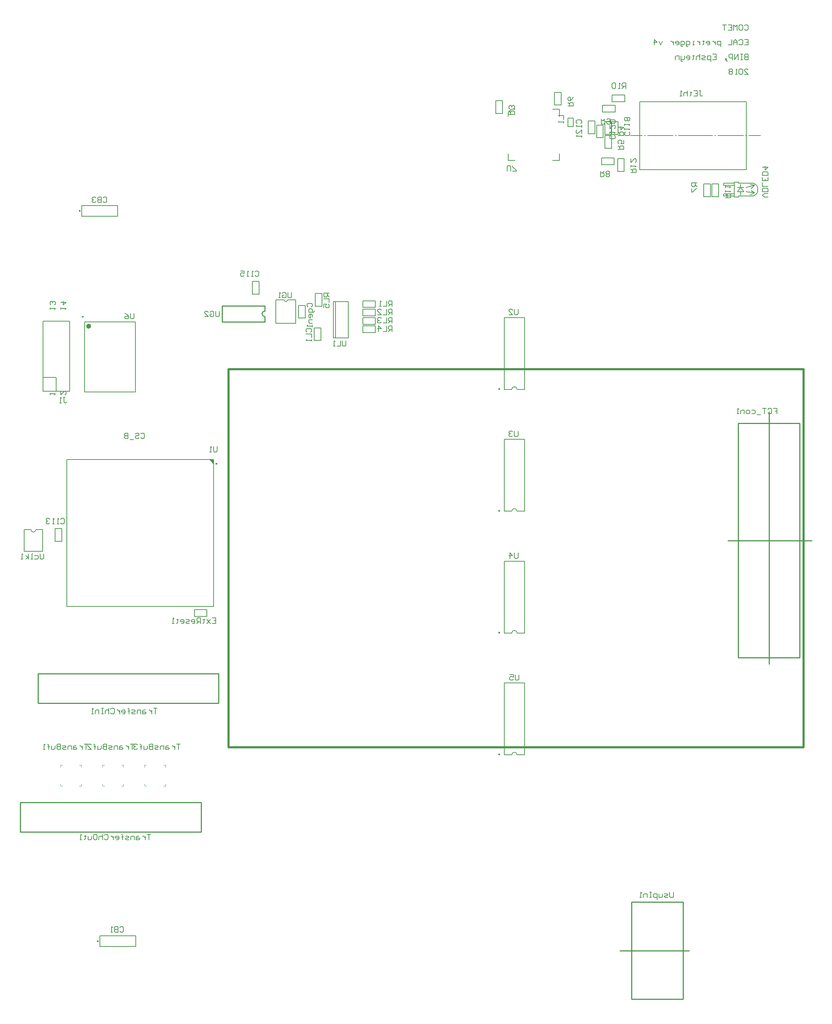
<source format=gbo>
%FSAX43Y43*%
%MOMM*%
G71*
G01*
G75*
G04 Layer_Color=32896*
%ADD10C,0.175*%
%ADD11R,0.500X0.600*%
%ADD12R,0.600X0.500*%
%ADD13R,3.048X3.048*%
G04:AMPARAMS|DCode=14|XSize=0.5mm|YSize=0.6mm|CornerRadius=0mm|HoleSize=0mm|Usage=FLASHONLY|Rotation=225.000|XOffset=0mm|YOffset=0mm|HoleType=Round|Shape=Rectangle|*
%AMROTATEDRECTD14*
4,1,4,-0.035,0.389,0.389,-0.035,0.035,-0.389,-0.389,0.035,-0.035,0.389,0.0*
%
%ADD14ROTATEDRECTD14*%

G04:AMPARAMS|DCode=15|XSize=0.5mm|YSize=0.6mm|CornerRadius=0mm|HoleSize=0mm|Usage=FLASHONLY|Rotation=315.000|XOffset=0mm|YOffset=0mm|HoleType=Round|Shape=Rectangle|*
%AMROTATEDRECTD15*
4,1,4,-0.389,-0.035,0.035,0.389,0.389,0.035,-0.035,-0.389,-0.389,-0.035,0.0*
%
%ADD15ROTATEDRECTD15*%

G04:AMPARAMS|DCode=16|XSize=1mm|YSize=2mm|CornerRadius=0.1mm|HoleSize=0mm|Usage=FLASHONLY|Rotation=270.000|XOffset=0mm|YOffset=0mm|HoleType=Round|Shape=RoundedRectangle|*
%AMROUNDEDRECTD16*
21,1,1.000,1.800,0,0,270.0*
21,1,0.800,2.000,0,0,270.0*
1,1,0.200,-0.900,-0.400*
1,1,0.200,-0.900,0.400*
1,1,0.200,0.900,0.400*
1,1,0.200,0.900,-0.400*
%
%ADD16ROUNDEDRECTD16*%
G04:AMPARAMS|DCode=17|XSize=1mm|YSize=1.5mm|CornerRadius=0.1mm|HoleSize=0mm|Usage=FLASHONLY|Rotation=270.000|XOffset=0mm|YOffset=0mm|HoleType=Round|Shape=RoundedRectangle|*
%AMROUNDEDRECTD17*
21,1,1.000,1.300,0,0,270.0*
21,1,0.800,1.500,0,0,270.0*
1,1,0.200,-0.650,-0.400*
1,1,0.200,-0.650,0.400*
1,1,0.200,0.650,0.400*
1,1,0.200,0.650,-0.400*
%
%ADD17ROUNDEDRECTD17*%
G04:AMPARAMS|DCode=18|XSize=0.8mm|YSize=1mm|CornerRadius=0.08mm|HoleSize=0mm|Usage=FLASHONLY|Rotation=270.000|XOffset=0mm|YOffset=0mm|HoleType=Round|Shape=RoundedRectangle|*
%AMROUNDEDRECTD18*
21,1,0.800,0.840,0,0,270.0*
21,1,0.640,1.000,0,0,270.0*
1,1,0.160,-0.420,-0.320*
1,1,0.160,-0.420,0.320*
1,1,0.160,0.420,0.320*
1,1,0.160,0.420,-0.320*
%
%ADD18ROUNDEDRECTD18*%
G04:AMPARAMS|DCode=19|XSize=0.8mm|YSize=1mm|CornerRadius=0.08mm|HoleSize=0mm|Usage=FLASHONLY|Rotation=0.000|XOffset=0mm|YOffset=0mm|HoleType=Round|Shape=RoundedRectangle|*
%AMROUNDEDRECTD19*
21,1,0.800,0.840,0,0,0.0*
21,1,0.640,1.000,0,0,0.0*
1,1,0.160,0.320,-0.420*
1,1,0.160,-0.320,-0.420*
1,1,0.160,-0.320,0.420*
1,1,0.160,0.320,0.420*
%
%ADD19ROUNDEDRECTD19*%
%ADD20R,0.762X2.540*%
%ADD21R,5.000X6.000*%
%ADD22R,2.540X0.762*%
%ADD23R,6.000X5.000*%
%ADD24R,3.048X3.048*%
%ADD25O,0.305X1.016*%
%ADD26O,0.813X0.305*%
%ADD27O,1.016X0.305*%
%ADD28O,0.305X0.813*%
%ADD29O,2.100X6.000*%
%ADD30O,2.100X6.000*%
%ADD31C,0.150*%
%ADD32C,1.524*%
%ADD33C,0.508*%
%ADD34C,0.254*%
%ADD35C,0.500*%
%ADD36C,1.000*%
%ADD37C,0.200*%
%ADD38C,1.160*%
%ADD39C,1.016*%
%ADD40C,0.400*%
%ADD41C,0.300*%
%ADD42C,1.500*%
%ADD43R,1.500X1.500*%
%ADD44R,1.850X1.850*%
%ADD45C,1.850*%
%ADD46R,1.850X1.850*%
%ADD47C,2.438*%
%ADD48C,1.524*%
%ADD49C,3.000*%
%ADD50C,2.500*%
%ADD51C,1.422*%
%ADD52C,4.000*%
%ADD53C,5.000*%
%ADD54C,2.000*%
%ADD55C,0.500*%
%ADD56C,1.300*%
%ADD57C,1.000*%
%ADD58C,0.700*%
%ADD59C,1.200*%
%ADD60C,1.270*%
%ADD61C,1.800*%
%ADD62C,0.600*%
%ADD63C,0.900*%
G04:AMPARAMS|DCode=64|XSize=1.65mm|YSize=1.65mm|CornerRadius=0mm|HoleSize=0mm|Usage=FLASHONLY|Rotation=0.000|XOffset=0mm|YOffset=0mm|HoleType=Round|Shape=Relief|Width=0.175mm|Gap=0.2mm|Entries=4|*
%AMTHD64*
7,0,0,1.650,1.250,0.175,45*
%
%ADD64THD64*%
G04:AMPARAMS|DCode=65|XSize=1.85mm|YSize=1.85mm|CornerRadius=0mm|HoleSize=0mm|Usage=FLASHONLY|Rotation=0.000|XOffset=0mm|YOffset=0mm|HoleType=Round|Shape=Relief|Width=0.175mm|Gap=0.2mm|Entries=4|*
%AMTHD65*
7,0,0,1.850,1.450,0.175,45*
%
%ADD65THD65*%
G04:AMPARAMS|DCode=66|XSize=2.0708mm|YSize=2.0708mm|CornerRadius=0mm|HoleSize=0mm|Usage=FLASHONLY|Rotation=0.000|XOffset=0mm|YOffset=0mm|HoleType=Round|Shape=Relief|Width=0.175mm|Gap=0.2mm|Entries=4|*
%AMTHD66*
7,0,0,2.071,1.671,0.175,45*
%
%ADD66THD66*%
%ADD67C,1.721*%
%ADD68C,2.700*%
%ADD69C,2.200*%
%ADD70C,3.400*%
G04:AMPARAMS|DCode=71|XSize=1.5628mm|YSize=1.5628mm|CornerRadius=0mm|HoleSize=0mm|Usage=FLASHONLY|Rotation=0.000|XOffset=0mm|YOffset=0mm|HoleType=Round|Shape=Relief|Width=0.175mm|Gap=0.2mm|Entries=4|*
%AMTHD71*
7,0,0,1.563,1.163,0.175,45*
%
%ADD71THD71*%
%ADD72C,1.213*%
%ADD73C,3.200*%
%ADD74C,1.670*%
G04:AMPARAMS|DCode=75|XSize=1mm|YSize=1mm|CornerRadius=0mm|HoleSize=0mm|Usage=FLASHONLY|Rotation=0.000|XOffset=0mm|YOffset=0mm|HoleType=Round|Shape=Relief|Width=0.175mm|Gap=0.2mm|Entries=4|*
%AMTHD75*
7,0,0,1.000,0.600,0.175,45*
%
%ADD75THD75*%
%ADD76C,1.000*%
%ADD77C,0.800*%
%ADD78C,0.650*%
%ADD79C,1.100*%
%ADD80C,1.400*%
%ADD81C,1.111*%
G04:AMPARAMS|DCode=82|XSize=1.4612mm|YSize=1.4612mm|CornerRadius=0mm|HoleSize=0mm|Usage=FLASHONLY|Rotation=0.000|XOffset=0mm|YOffset=0mm|HoleType=Round|Shape=Relief|Width=0.175mm|Gap=0.2mm|Entries=4|*
%AMTHD82*
7,0,0,1.461,1.061,0.175,45*
%
%ADD82THD82*%
%ADD83C,0.700*%
%ADD84C,1.600*%
G04:AMPARAMS|DCode=85|XSize=1.45mm|YSize=1.45mm|CornerRadius=0mm|HoleSize=0mm|Usage=FLASHONLY|Rotation=0.000|XOffset=0mm|YOffset=0mm|HoleType=Round|Shape=Relief|Width=0.175mm|Gap=0.2mm|Entries=4|*
%AMTHD85*
7,0,0,1.450,1.050,0.175,45*
%
%ADD85THD85*%
%ADD86C,0.900*%
G04:AMPARAMS|DCode=87|XSize=1.95mm|YSize=1.95mm|CornerRadius=0mm|HoleSize=0mm|Usage=FLASHONLY|Rotation=0.000|XOffset=0mm|YOffset=0mm|HoleType=Round|Shape=Relief|Width=0.175mm|Gap=0.2mm|Entries=4|*
%AMTHD87*
7,0,0,1.950,1.550,0.175,45*
%
%ADD87THD87*%
G04:AMPARAMS|DCode=88|XSize=1.55mm|YSize=1.55mm|CornerRadius=0mm|HoleSize=0mm|Usage=FLASHONLY|Rotation=0.000|XOffset=0mm|YOffset=0mm|HoleType=Round|Shape=Relief|Width=0.175mm|Gap=0.2mm|Entries=4|*
%AMTHD88*
7,0,0,1.550,1.150,0.175,45*
%
%ADD88THD88*%
G04:AMPARAMS|DCode=89|XSize=1.35mm|YSize=1.35mm|CornerRadius=0mm|HoleSize=0mm|Usage=FLASHONLY|Rotation=0.000|XOffset=0mm|YOffset=0mm|HoleType=Round|Shape=Relief|Width=0.175mm|Gap=0.2mm|Entries=4|*
%AMTHD89*
7,0,0,1.350,0.950,0.175,45*
%
%ADD89THD89*%
G04:AMPARAMS|DCode=90|XSize=1.05mm|YSize=1.05mm|CornerRadius=0mm|HoleSize=0mm|Usage=FLASHONLY|Rotation=0.000|XOffset=0mm|YOffset=0mm|HoleType=Round|Shape=Relief|Width=0.175mm|Gap=0.2mm|Entries=4|*
%AMTHD90*
7,0,0,1.050,0.650,0.175,45*
%
%ADD90THD90*%
%ADD91R,1.650X0.300*%
%ADD92O,1.270X0.762*%
%ADD93R,1.270X0.762*%
%ADD94O,0.508X1.778*%
%ADD95R,0.508X1.778*%
%ADD96R,1.500X1.600*%
G04:AMPARAMS|DCode=97|XSize=1.6mm|YSize=1.5mm|CornerRadius=0mm|HoleSize=0mm|Usage=FLASHONLY|Rotation=270.000|XOffset=0mm|YOffset=0mm|HoleType=Round|Shape=Octagon|*
%AMOCTAGOND97*
4,1,8,-0.375,-0.800,0.375,-0.800,0.750,-0.425,0.750,0.425,0.375,0.800,-0.375,0.800,-0.750,0.425,-0.750,-0.425,-0.375,-0.800,0.0*
%
%ADD97OCTAGOND97*%

%ADD98R,4.600X0.610*%
%ADD99R,4.600X0.810*%
%ADD100O,1.778X0.381*%
%ADD101R,1.778X0.381*%
%ADD102O,0.250X0.800*%
%ADD103R,0.800X0.250*%
%ADD104O,0.800X0.250*%
%ADD105O,0.250X0.800*%
%ADD106O,0.800X0.250*%
%ADD107R,3.100X3.100*%
%ADD108O,0.300X1.700*%
%ADD109O,1.600X0.250*%
%ADD110O,0.250X1.600*%
%ADD111R,0.250X1.600*%
%ADD112C,0.120*%
%ADD113C,0.305*%
%ADD114C,0.250*%
%ADD115C,0.203*%
%ADD116R,0.703X0.803*%
%ADD117R,0.803X0.703*%
%ADD118R,3.251X3.251*%
G04:AMPARAMS|DCode=119|XSize=0.703mm|YSize=0.803mm|CornerRadius=0mm|HoleSize=0mm|Usage=FLASHONLY|Rotation=225.000|XOffset=0mm|YOffset=0mm|HoleType=Round|Shape=Rectangle|*
%AMROTATEDRECTD119*
4,1,4,-0.035,0.533,0.533,-0.035,0.035,-0.533,-0.533,0.035,-0.035,0.533,0.0*
%
%ADD119ROTATEDRECTD119*%

G04:AMPARAMS|DCode=120|XSize=0.703mm|YSize=0.803mm|CornerRadius=0mm|HoleSize=0mm|Usage=FLASHONLY|Rotation=315.000|XOffset=0mm|YOffset=0mm|HoleType=Round|Shape=Rectangle|*
%AMROTATEDRECTD120*
4,1,4,-0.533,-0.035,0.035,0.533,0.533,0.035,-0.035,-0.533,-0.533,-0.035,0.0*
%
%ADD120ROTATEDRECTD120*%

G04:AMPARAMS|DCode=121|XSize=1.203mm|YSize=2.203mm|CornerRadius=0.202mm|HoleSize=0mm|Usage=FLASHONLY|Rotation=270.000|XOffset=0mm|YOffset=0mm|HoleType=Round|Shape=RoundedRectangle|*
%AMROUNDEDRECTD121*
21,1,1.203,1.800,0,0,270.0*
21,1,0.800,2.203,0,0,270.0*
1,1,0.403,-0.900,-0.400*
1,1,0.403,-0.900,0.400*
1,1,0.403,0.900,0.400*
1,1,0.403,0.900,-0.400*
%
%ADD121ROUNDEDRECTD121*%
G04:AMPARAMS|DCode=122|XSize=1.203mm|YSize=1.703mm|CornerRadius=0.202mm|HoleSize=0mm|Usage=FLASHONLY|Rotation=270.000|XOffset=0mm|YOffset=0mm|HoleType=Round|Shape=RoundedRectangle|*
%AMROUNDEDRECTD122*
21,1,1.203,1.300,0,0,270.0*
21,1,0.800,1.703,0,0,270.0*
1,1,0.403,-0.650,-0.400*
1,1,0.403,-0.650,0.400*
1,1,0.403,0.650,0.400*
1,1,0.403,0.650,-0.400*
%
%ADD122ROUNDEDRECTD122*%
G04:AMPARAMS|DCode=123|XSize=1.003mm|YSize=1.203mm|CornerRadius=0.182mm|HoleSize=0mm|Usage=FLASHONLY|Rotation=270.000|XOffset=0mm|YOffset=0mm|HoleType=Round|Shape=RoundedRectangle|*
%AMROUNDEDRECTD123*
21,1,1.003,0.840,0,0,270.0*
21,1,0.640,1.203,0,0,270.0*
1,1,0.363,-0.420,-0.320*
1,1,0.363,-0.420,0.320*
1,1,0.363,0.420,0.320*
1,1,0.363,0.420,-0.320*
%
%ADD123ROUNDEDRECTD123*%
G04:AMPARAMS|DCode=124|XSize=1.003mm|YSize=1.203mm|CornerRadius=0.182mm|HoleSize=0mm|Usage=FLASHONLY|Rotation=0.000|XOffset=0mm|YOffset=0mm|HoleType=Round|Shape=RoundedRectangle|*
%AMROUNDEDRECTD124*
21,1,1.003,0.840,0,0,0.0*
21,1,0.640,1.203,0,0,0.0*
1,1,0.363,0.320,-0.420*
1,1,0.363,-0.320,-0.420*
1,1,0.363,-0.320,0.420*
1,1,0.363,0.320,0.420*
%
%ADD124ROUNDEDRECTD124*%
%ADD125R,0.965X2.743*%
%ADD126R,5.203X6.203*%
%ADD127R,2.743X0.965*%
%ADD128R,6.203X5.203*%
%ADD129R,3.251X3.251*%
%ADD130O,0.508X1.219*%
%ADD131O,1.016X0.508*%
%ADD132O,1.219X0.508*%
%ADD133O,0.508X1.016*%
%ADD134O,2.303X6.203*%
%ADD135O,2.303X6.203*%
%ADD136C,1.703*%
%ADD137R,1.703X1.703*%
%ADD138R,2.053X2.053*%
%ADD139C,2.053*%
%ADD140R,2.053X2.053*%
%ADD141C,2.642*%
%ADD142C,1.727*%
%ADD143C,3.203*%
%ADD144C,2.703*%
%ADD145C,1.626*%
%ADD146C,4.203*%
%ADD147C,5.203*%
%ADD148C,2.203*%
%ADD149C,0.703*%
%ADD150C,1.503*%
%ADD151C,1.203*%
%ADD152C,0.903*%
%ADD153C,1.403*%
%ADD154C,1.473*%
%ADD155C,2.003*%
%ADD156C,0.803*%
%ADD157R,1.853X0.503*%
%ADD158O,1.473X0.965*%
%ADD159R,1.473X0.965*%
%ADD160O,0.711X1.981*%
%ADD161R,0.711X1.981*%
%ADD162R,1.703X1.803*%
G04:AMPARAMS|DCode=163|XSize=1.803mm|YSize=1.703mm|CornerRadius=0mm|HoleSize=0mm|Usage=FLASHONLY|Rotation=270.000|XOffset=0mm|YOffset=0mm|HoleType=Round|Shape=Octagon|*
%AMOCTAGOND163*
4,1,8,-0.426,-0.902,0.426,-0.902,0.852,-0.476,0.852,0.476,0.426,0.902,-0.426,0.902,-0.852,0.476,-0.852,-0.476,-0.426,-0.902,0.0*
%
%ADD163OCTAGOND163*%

%ADD164R,4.803X0.813*%
%ADD165R,4.803X1.013*%
%ADD166O,1.981X0.584*%
%ADD167R,1.981X0.584*%
%ADD168O,0.453X1.003*%
%ADD169R,1.003X0.453*%
%ADD170O,1.003X0.453*%
%ADD171O,0.453X1.003*%
%ADD172O,1.003X0.453*%
%ADD173R,3.303X3.303*%
%ADD174O,0.503X1.903*%
%ADD175O,1.803X0.453*%
%ADD176O,0.453X1.803*%
%ADD177R,0.453X1.803*%
%ADD178C,1.103*%
%ADD179C,0.127*%
%ADD180C,0.600*%
%ADD181C,0.100*%
G36*
X0253000Y0173000D02*
X0252000Y0174000D01*
X0253000D01*
Y0173000D01*
D02*
G37*
G54D34*
X0265135Y0209327D02*
G03*
X0265135Y0208057I0000000J-0000635D01*
G01*
X0206930Y0092400D02*
X0250000D01*
X0206930Y0085400D02*
X0250000D01*
Y0092400D01*
X0206930Y0085400D02*
Y0092400D01*
X0211110Y0116048D02*
X0254180D01*
X0211110Y0123048D02*
X0254180D01*
X0211110Y0116048D02*
Y0123048D01*
X0254180Y0116048D02*
Y0123048D01*
X0375445Y0154735D02*
X0395445D01*
X0377945Y0126845D02*
X0392625D01*
Y0182625D01*
X0377945Y0126845D02*
Y0182625D01*
X0392625D01*
X0385285Y0125345D02*
Y0185345D01*
X0254975Y0206787D02*
X0265135D01*
X0254975D02*
Y0210597D01*
X0265135D01*
Y0209327D02*
Y0210597D01*
Y0206787D02*
Y0208057D01*
X0349720Y0057120D02*
X0366220D01*
X0352500Y0045570D02*
Y0068670D01*
X0364820D01*
X0352500Y0045570D02*
X0364820D01*
Y0068670D01*
G54D35*
X0256500Y0195500D02*
X0393500D01*
Y0105500D02*
Y0195500D01*
X0256500Y0105500D02*
X0393500D01*
X0256500D02*
Y0195500D01*
G54D37*
X0325260Y0190700D02*
G03*
X0323990Y0190700I-0000635J0000000D01*
G01*
X0325260Y0103700D02*
G03*
X0323990Y0103700I-0000635J0000000D01*
G01*
X0325260Y0132700D02*
G03*
X0323990Y0132700I-0000635J0000000D01*
G01*
X0325260Y0161700D02*
G03*
X0323990Y0161700I-0000635J0000000D01*
G01*
X0269800Y0212000D02*
G03*
X0270600Y0212000I0000400J0000000D01*
G01*
X0212350Y0193555D02*
X0215500D01*
Y0190255D02*
Y0193555D01*
X0218650Y0190255D02*
Y0206905D01*
X0212350Y0190255D02*
X0218650D01*
X0212350D02*
Y0206905D01*
X0218650D01*
X0225860Y0058080D02*
X0234420D01*
Y0060620D01*
X0225860D02*
X0234420D01*
X0225860Y0058080D02*
Y0060620D01*
X0221560Y0231930D02*
X0230120D01*
Y0234470D01*
X0221560D02*
X0230120D01*
X0221560Y0231930D02*
Y0234470D01*
X0327025Y0190700D02*
Y0207800D01*
X0322225Y0190700D02*
Y0207800D01*
X0327025D01*
X0325260Y0190700D02*
X0327025D01*
X0322225D02*
X0323990D01*
X0277200Y0210520D02*
X0278800D01*
X0277200D02*
Y0213520D01*
X0278800D01*
Y0210520D02*
Y0213520D01*
X0291500Y0204200D02*
Y0205800D01*
X0288500Y0204200D02*
X0291500D01*
X0288500D02*
Y0205800D01*
X0291500D01*
X0288500Y0207800D02*
X0291500D01*
X0288500Y0206200D02*
Y0207800D01*
Y0206200D02*
X0291500D01*
Y0207800D01*
Y0208200D02*
Y0209800D01*
X0288500Y0208200D02*
X0291500D01*
X0288500D02*
Y0209800D01*
X0291500D01*
Y0210200D02*
Y0211800D01*
X0288500Y0210200D02*
X0291500D01*
X0288500D02*
Y0211800D01*
X0291500D01*
X0276900Y0205370D02*
X0278500D01*
Y0202370D02*
Y0205370D01*
X0276900Y0202370D02*
X0278500D01*
X0276900D02*
Y0205370D01*
X0273200Y0207700D02*
X0274800D01*
X0273200D02*
Y0210700D01*
X0274800D01*
Y0207700D02*
Y0210700D01*
X0347700Y0251400D02*
X0349300D01*
X0347700D02*
Y0254400D01*
X0349300D01*
Y0251400D02*
Y0254400D01*
X0349200Y0242600D02*
X0350800D01*
X0349200D02*
Y0245600D01*
X0350800D01*
Y0242600D02*
Y0245600D01*
X0371700Y0236600D02*
X0373300D01*
X0371700D02*
Y0239600D01*
X0373300D01*
Y0236600D02*
Y0239600D01*
X0350900Y0259200D02*
Y0260800D01*
X0347900Y0259200D02*
X0350900D01*
X0347900D02*
Y0260800D01*
X0350900D01*
X0345600Y0256700D02*
Y0258300D01*
X0348600D01*
Y0256700D02*
Y0258300D01*
X0345600Y0256700D02*
X0348600D01*
X0345400Y0244200D02*
Y0245800D01*
X0348400D01*
Y0244200D02*
Y0245800D01*
X0345400Y0244200D02*
X0348400D01*
X0369700Y0239600D02*
X0371300D01*
Y0236600D02*
Y0239600D01*
X0369700Y0236600D02*
X0371300D01*
X0369700D02*
Y0239600D01*
X0334200Y0258400D02*
X0335800D01*
X0334200D02*
Y0261400D01*
X0335800D01*
Y0258400D02*
Y0261400D01*
X0346200Y0248100D02*
X0347800D01*
X0346200D02*
Y0251100D01*
X0347800D01*
Y0248100D02*
Y0251100D01*
X0346200Y0251400D02*
X0347800D01*
X0346200D02*
Y0254400D01*
X0347800D01*
Y0251400D02*
Y0254400D01*
X0320200Y0256400D02*
X0321800D01*
X0320200D02*
Y0259400D01*
X0321800D01*
Y0256400D02*
Y0259400D01*
X0248400Y0136700D02*
Y0138300D01*
X0251400D01*
Y0136700D02*
Y0138300D01*
X0248400Y0136700D02*
X0251400D01*
X0342200Y0254600D02*
X0343800D01*
Y0251600D02*
Y0254600D01*
X0342200Y0251600D02*
X0343800D01*
X0342200D02*
Y0254600D01*
X0344201Y0250600D02*
X0345801D01*
X0344201D02*
Y0253600D01*
X0345801D01*
Y0250600D02*
Y0253600D01*
X0322225Y0103700D02*
X0323990D01*
X0325260D02*
X0327025D01*
X0322225Y0120800D02*
X0327025D01*
X0322225Y0103700D02*
Y0120800D01*
X0327025Y0103700D02*
Y0120800D01*
X0327025Y0132700D02*
Y0149800D01*
X0322225Y0132700D02*
Y0149800D01*
X0327025D01*
X0325260Y0132700D02*
X0327025D01*
X0322225D02*
X0323990D01*
X0327025Y0161700D02*
Y0178800D01*
X0322225Y0161700D02*
Y0178800D01*
X0327025D01*
X0325260Y0161700D02*
X0327025D01*
X0322225D02*
X0323990D01*
X0267800Y0206400D02*
Y0212000D01*
Y0206400D02*
X0272500D01*
Y0212000D01*
X0270600D02*
X0272500D01*
X0267800D02*
X0269800D01*
X0215200Y0154551D02*
X0216800D01*
X0215200D02*
Y0157551D01*
X0216800D01*
Y0154551D02*
Y0157551D01*
X0262200Y0216400D02*
X0263800D01*
Y0213400D02*
Y0216400D01*
X0262200Y0213400D02*
X0263800D01*
X0262200D02*
Y0216400D01*
X0218000Y0139000D02*
X0253000D01*
X0218000Y0174000D02*
X0253000D01*
X0218000Y0139000D02*
Y0174000D01*
X0253000Y0139000D02*
Y0174000D01*
X0252000D02*
X0253000Y0173000D01*
X0234300Y0190050D02*
Y0206750D01*
X0222200Y0190050D02*
Y0206750D01*
Y0190050D02*
X0234300D01*
X0222200Y0206750D02*
X0234300D01*
X0323150Y0255750D02*
Y0256600D01*
X0323950Y0257400D01*
X0324800D01*
X0333700D02*
X0335350D01*
Y0255750D02*
Y0257400D01*
Y0245200D02*
Y0246850D01*
X0333700Y0245200D02*
X0335350D01*
X0323150D02*
X0324800D01*
X0323150D02*
Y0246850D01*
X0338635Y0253214D02*
Y0255246D01*
X0337365Y0253214D02*
Y0255246D01*
X0338635D01*
X0337365Y0253214D02*
X0338635D01*
X0379434Y0277283D02*
X0379650Y0277500D01*
X0380083D01*
X0380300Y0277283D01*
Y0276417D01*
X0380083Y0276200D01*
X0379650D01*
X0379434Y0276417D01*
X0378351Y0277500D02*
X0378784D01*
X0379000Y0277283D01*
Y0276417D01*
X0378784Y0276200D01*
X0378351D01*
X0378134Y0276417D01*
Y0277283D01*
X0378351Y0277500D01*
X0377701Y0276200D02*
Y0277500D01*
X0377268Y0277066D01*
X0376834Y0277500D01*
Y0276200D01*
X0375535Y0277500D02*
X0376401D01*
Y0276200D01*
X0375535D01*
X0376401Y0276850D02*
X0375968D01*
X0375102Y0277500D02*
X0374235D01*
X0374668D01*
Y0276200D01*
X0379434Y0274000D02*
X0380300D01*
Y0272700D01*
X0379434D01*
X0380300Y0273350D02*
X0379867D01*
X0378134Y0273783D02*
X0378351Y0274000D01*
X0378784D01*
X0379000Y0273783D01*
Y0272917D01*
X0378784Y0272700D01*
X0378351D01*
X0378134Y0272917D01*
X0377701Y0272700D02*
Y0273566D01*
X0377268Y0274000D01*
X0376834Y0273566D01*
Y0272700D01*
Y0273350D01*
X0377701D01*
X0376401Y0274000D02*
Y0272700D01*
X0375535D01*
X0373802Y0272267D02*
Y0273566D01*
X0373152D01*
X0372936Y0273350D01*
Y0272917D01*
X0373152Y0272700D01*
X0373802D01*
X0372503Y0273566D02*
Y0272700D01*
Y0273133D01*
X0372286Y0273350D01*
X0372069Y0273566D01*
X0371853D01*
X0370553Y0272700D02*
X0370986D01*
X0371203Y0272917D01*
Y0273350D01*
X0370986Y0273566D01*
X0370553D01*
X0370337Y0273350D01*
Y0273133D01*
X0371203D01*
X0369687Y0273783D02*
Y0273566D01*
X0369903D01*
X0369470D01*
X0369687D01*
Y0272917D01*
X0369470Y0272700D01*
X0368820Y0273566D02*
Y0272700D01*
Y0273133D01*
X0368604Y0273350D01*
X0368387Y0273566D01*
X0368171D01*
X0367521Y0272700D02*
X0367088D01*
X0367304D01*
Y0273566D01*
X0367521D01*
X0366005Y0272267D02*
X0365788D01*
X0365571Y0272483D01*
Y0273566D01*
X0366221D01*
X0366438Y0273350D01*
Y0272917D01*
X0366221Y0272700D01*
X0365571D01*
X0364705Y0272267D02*
X0364488D01*
X0364272Y0272483D01*
Y0273566D01*
X0364922D01*
X0365138Y0273350D01*
Y0272917D01*
X0364922Y0272700D01*
X0364272D01*
X0363189D02*
X0363622D01*
X0363839Y0272917D01*
Y0273350D01*
X0363622Y0273566D01*
X0363189D01*
X0362972Y0273350D01*
Y0273133D01*
X0363839D01*
X0362539Y0273566D02*
Y0272700D01*
Y0273133D01*
X0362322Y0273350D01*
X0362106Y0273566D01*
X0361889D01*
X0359940D02*
X0359507Y0272700D01*
X0359074Y0273566D01*
X0357991Y0272700D02*
Y0274000D01*
X0358640Y0273350D01*
X0357774D01*
X0380300Y0270500D02*
Y0269200D01*
X0379650D01*
X0379434Y0269417D01*
Y0269633D01*
X0379650Y0269850D01*
X0380300D01*
X0379650D01*
X0379434Y0270066D01*
Y0270283D01*
X0379650Y0270500D01*
X0380300D01*
X0379000D02*
X0378567D01*
X0378784D01*
Y0269200D01*
X0379000D01*
X0378567D01*
X0377917D02*
Y0270500D01*
X0377051Y0269200D01*
Y0270500D01*
X0376618Y0269200D02*
Y0270500D01*
X0375968D01*
X0375751Y0270283D01*
Y0269850D01*
X0375968Y0269633D01*
X0376618D01*
X0375102Y0268983D02*
X0374885Y0269200D01*
Y0269417D01*
X0375102D01*
Y0269200D01*
X0374885D01*
X0375102Y0268983D01*
X0375318Y0268767D01*
X0371853Y0270500D02*
X0372719D01*
Y0269200D01*
X0371853D01*
X0372719Y0269850D02*
X0372286D01*
X0371420Y0268767D02*
Y0270066D01*
X0370770D01*
X0370553Y0269850D01*
Y0269417D01*
X0370770Y0269200D01*
X0371420D01*
X0370120D02*
X0369470D01*
X0369254Y0269417D01*
X0369470Y0269633D01*
X0369903D01*
X0370120Y0269850D01*
X0369903Y0270066D01*
X0369254D01*
X0368820Y0270500D02*
Y0269200D01*
Y0269850D01*
X0368604Y0270066D01*
X0368171D01*
X0367954Y0269850D01*
Y0269200D01*
X0367304Y0270283D02*
Y0270066D01*
X0367521D01*
X0367088D01*
X0367304D01*
Y0269417D01*
X0367088Y0269200D01*
X0365788D02*
X0366221D01*
X0366438Y0269417D01*
Y0269850D01*
X0366221Y0270066D01*
X0365788D01*
X0365571Y0269850D01*
Y0269633D01*
X0366438D01*
X0365138Y0270066D02*
Y0269417D01*
X0364922Y0269200D01*
X0364272D01*
Y0268983D01*
X0364488Y0268767D01*
X0364705D01*
X0364272Y0269200D02*
Y0270066D01*
X0363839Y0269200D02*
Y0270066D01*
X0363189D01*
X0362972Y0269850D01*
Y0269200D01*
X0379434Y0265700D02*
X0380300D01*
X0379434Y0266566D01*
Y0266783D01*
X0379650Y0267000D01*
X0380083D01*
X0380300Y0266783D01*
X0379000D02*
X0378784Y0267000D01*
X0378351D01*
X0378134Y0266783D01*
Y0265917D01*
X0378351Y0265700D01*
X0378784D01*
X0379000Y0265917D01*
Y0266783D01*
X0377701Y0265700D02*
X0377268D01*
X0377484D01*
Y0267000D01*
X0377701Y0266783D01*
X0376618D02*
X0376401Y0267000D01*
X0375968D01*
X0375751Y0266783D01*
Y0266566D01*
X0375968Y0266350D01*
X0375751Y0266133D01*
Y0265917D01*
X0375968Y0265700D01*
X0376401D01*
X0376618Y0265917D01*
Y0266133D01*
X0376401Y0266350D01*
X0376618Y0266566D01*
Y0266783D01*
X0376401Y0266350D02*
X0375968D01*
X0230634Y0062583D02*
X0230850Y0062800D01*
X0231283D01*
X0231500Y0062583D01*
Y0061717D01*
X0231283Y0061500D01*
X0230850D01*
X0230634Y0061717D01*
X0230200Y0062800D02*
Y0061500D01*
X0229551D01*
X0229334Y0061717D01*
Y0061933D01*
X0229551Y0062150D01*
X0230200D01*
X0229551D01*
X0229334Y0062366D01*
Y0062583D01*
X0229551Y0062800D01*
X0230200D01*
X0228901Y0061500D02*
X0228468D01*
X0228684D01*
Y0062800D01*
X0228901Y0062583D01*
X0226634Y0235417D02*
X0226850Y0235200D01*
X0227283D01*
X0227500Y0235417D01*
Y0236283D01*
X0227283Y0236500D01*
X0226850D01*
X0226634Y0236283D01*
X0226200Y0235200D02*
Y0236500D01*
X0225551D01*
X0225334Y0236283D01*
Y0236067D01*
X0225551Y0235850D01*
X0226200D01*
X0225551D01*
X0225334Y0235634D01*
Y0235417D01*
X0225551Y0235200D01*
X0226200D01*
X0224901Y0235417D02*
X0224684Y0235200D01*
X0224251D01*
X0224034Y0235417D01*
Y0235634D01*
X0224251Y0235850D01*
X0224468D01*
X0224251D01*
X0224034Y0236067D01*
Y0236283D01*
X0224251Y0236500D01*
X0224684D01*
X0224901Y0236283D01*
X0325500Y0209800D02*
Y0208717D01*
X0325283Y0208500D01*
X0324850D01*
X0324634Y0208717D01*
Y0209800D01*
X0323334Y0208500D02*
X0324200D01*
X0323334Y0209366D01*
Y0209583D01*
X0323551Y0209800D01*
X0323984D01*
X0324200Y0209583D01*
X0217134Y0188800D02*
X0217567D01*
X0217350D01*
Y0187717D01*
X0217567Y0187500D01*
X0217783D01*
X0218000Y0187717D01*
X0216700Y0187500D02*
X0216267D01*
X0216484D01*
Y0188800D01*
X0216700Y0188583D01*
X0280500Y0213600D02*
X0279200D01*
Y0212950D01*
X0279417Y0212734D01*
X0279850D01*
X0280067Y0212950D01*
Y0213600D01*
Y0213167D02*
X0280500Y0212734D01*
X0279200Y0212300D02*
X0280500D01*
Y0211434D01*
X0279200Y0210134D02*
Y0211001D01*
X0279850D01*
X0279634Y0210568D01*
Y0210351D01*
X0279850Y0210134D01*
X0280283D01*
X0280500Y0210351D01*
Y0210784D01*
X0280283Y0211001D01*
X0295500Y0204500D02*
Y0205800D01*
X0294850D01*
X0294634Y0205583D01*
Y0205150D01*
X0294850Y0204933D01*
X0295500D01*
X0295067D02*
X0294634Y0204500D01*
X0294200Y0205800D02*
Y0204500D01*
X0293334D01*
X0292251D02*
Y0205800D01*
X0292901Y0205150D01*
X0292034D01*
X0295500Y0206500D02*
Y0207800D01*
X0294850D01*
X0294634Y0207583D01*
Y0207150D01*
X0294850Y0206933D01*
X0295500D01*
X0295067D02*
X0294634Y0206500D01*
X0294200Y0207800D02*
Y0206500D01*
X0293334D01*
X0292901Y0207583D02*
X0292684Y0207800D01*
X0292251D01*
X0292034Y0207583D01*
Y0207366D01*
X0292251Y0207150D01*
X0292468D01*
X0292251D01*
X0292034Y0206933D01*
Y0206717D01*
X0292251Y0206500D01*
X0292684D01*
X0292901Y0206717D01*
X0295500Y0208500D02*
Y0209800D01*
X0294850D01*
X0294634Y0209583D01*
Y0209150D01*
X0294850Y0208933D01*
X0295500D01*
X0295067D02*
X0294634Y0208500D01*
X0294200Y0209800D02*
Y0208500D01*
X0293334D01*
X0292034D02*
X0292901D01*
X0292034Y0209366D01*
Y0209583D01*
X0292251Y0209800D01*
X0292684D01*
X0292901Y0209583D01*
X0295500Y0210500D02*
Y0211800D01*
X0294850D01*
X0294634Y0211583D01*
Y0211150D01*
X0294850Y0210933D01*
X0295500D01*
X0295067D02*
X0294634Y0210500D01*
X0294200Y0211800D02*
Y0210500D01*
X0293334D01*
X0292901D02*
X0292468D01*
X0292684D01*
Y0211800D01*
X0292901Y0211583D01*
X0275217Y0204334D02*
X0275000Y0204550D01*
Y0204983D01*
X0275217Y0205200D01*
X0276083D01*
X0276300Y0204983D01*
Y0204550D01*
X0276083Y0204334D01*
X0275000Y0203900D02*
X0276300D01*
Y0203034D01*
Y0202601D02*
Y0202168D01*
Y0202384D01*
X0275000D01*
X0275217Y0202601D01*
X0275417Y0210334D02*
X0275200Y0210550D01*
Y0210983D01*
X0275417Y0211200D01*
X0276283D01*
X0276500Y0210983D01*
Y0210550D01*
X0276283Y0210334D01*
X0276933Y0209467D02*
Y0209251D01*
X0276717Y0209034D01*
X0275634D01*
Y0209684D01*
X0275850Y0209900D01*
X0276283D01*
X0276500Y0209684D01*
Y0209034D01*
Y0207951D02*
Y0208384D01*
X0276283Y0208601D01*
X0275850D01*
X0275634Y0208384D01*
Y0207951D01*
X0275850Y0207734D01*
X0276067D01*
Y0208601D01*
X0276500Y0207301D02*
X0275634D01*
Y0206651D01*
X0275850Y0206435D01*
X0276500D01*
Y0206002D02*
Y0205568D01*
Y0205785D01*
X0275200D01*
X0275417Y0206002D01*
X0351932Y0252015D02*
X0352149Y0251799D01*
Y0251366D01*
X0351932Y0251149D01*
X0351066D01*
X0350849Y0251366D01*
Y0251799D01*
X0351066Y0252015D01*
X0350849Y0252449D02*
Y0252882D01*
Y0252665D01*
X0352149D01*
X0351932Y0252449D01*
X0350849Y0253532D02*
Y0253965D01*
Y0253748D01*
X0352149D01*
X0351932Y0253532D01*
Y0254615D02*
X0352149Y0254831D01*
Y0255264D01*
X0351932Y0255481D01*
X0351716D01*
X0351499Y0255264D01*
X0351283Y0255481D01*
X0351066D01*
X0350849Y0255264D01*
Y0254831D01*
X0351066Y0254615D01*
X0351283D01*
X0351499Y0254831D01*
X0351716Y0254615D01*
X0351932D01*
X0351499Y0254831D02*
Y0255264D01*
X0352349Y0242349D02*
X0353649D01*
Y0242999D01*
X0353432Y0243215D01*
X0352999D01*
X0352783Y0242999D01*
Y0242349D01*
Y0242782D02*
X0352349Y0243215D01*
Y0243649D02*
Y0244082D01*
Y0243865D01*
X0353649D01*
X0353432Y0243649D01*
X0352349Y0245598D02*
Y0244732D01*
X0353216Y0245598D01*
X0353432D01*
X0353649Y0245381D01*
Y0244948D01*
X0353432Y0244732D01*
X0374849Y0236349D02*
X0376149D01*
Y0236999D01*
X0375932Y0237215D01*
X0375499D01*
X0375283Y0236999D01*
Y0236349D01*
Y0236782D02*
X0374849Y0237215D01*
Y0237649D02*
Y0238082D01*
Y0237865D01*
X0376149D01*
X0375932Y0237649D01*
X0374849Y0238732D02*
Y0239165D01*
Y0238948D01*
X0376149D01*
X0375932Y0238732D01*
X0351151Y0262349D02*
Y0263649D01*
X0350501D01*
X0350285Y0263432D01*
Y0262999D01*
X0350501Y0262783D01*
X0351151D01*
X0350718D02*
X0350285Y0262349D01*
X0349851D02*
X0349418D01*
X0349635D01*
Y0263649D01*
X0349851Y0263432D01*
X0348768D02*
X0348552Y0263649D01*
X0348119D01*
X0347902Y0263432D01*
Y0262566D01*
X0348119Y0262349D01*
X0348552D01*
X0348768Y0262566D01*
Y0263432D01*
X0345349Y0255150D02*
Y0253851D01*
X0345999D01*
X0346215Y0254068D01*
Y0254501D01*
X0345999Y0254717D01*
X0345349D01*
X0345782D02*
X0346215Y0255150D01*
X0346649Y0254934D02*
X0346865Y0255150D01*
X0347298D01*
X0347515Y0254934D01*
Y0254068D01*
X0347298Y0253851D01*
X0346865D01*
X0346649Y0254068D01*
Y0254284D01*
X0346865Y0254501D01*
X0347515D01*
X0345149Y0242650D02*
Y0241351D01*
X0345799D01*
X0346016Y0241568D01*
Y0242001D01*
X0345799Y0242217D01*
X0345149D01*
X0345582D02*
X0346016Y0242650D01*
X0346449Y0241568D02*
X0346665Y0241351D01*
X0347098D01*
X0347315Y0241568D01*
Y0241784D01*
X0347098Y0242001D01*
X0347315Y0242217D01*
Y0242434D01*
X0347098Y0242650D01*
X0346665D01*
X0346449Y0242434D01*
Y0242217D01*
X0346665Y0242001D01*
X0346449Y0241784D01*
Y0241568D01*
X0346665Y0242001D02*
X0347098D01*
X0368151Y0239851D02*
X0366851D01*
Y0239201D01*
X0367068Y0238985D01*
X0367501D01*
X0367717Y0239201D01*
Y0239851D01*
Y0239418D02*
X0368151Y0238985D01*
X0366851Y0238551D02*
Y0237685D01*
X0367068D01*
X0367934Y0238551D01*
X0368151D01*
X0337349Y0258149D02*
X0338649D01*
Y0258799D01*
X0338432Y0259016D01*
X0337999D01*
X0337783Y0258799D01*
Y0258149D01*
Y0258582D02*
X0337349Y0259016D01*
X0338649Y0260315D02*
X0338432Y0259882D01*
X0337999Y0259449D01*
X0337566D01*
X0337349Y0259665D01*
Y0260098D01*
X0337566Y0260315D01*
X0337783D01*
X0337999Y0260098D01*
Y0259449D01*
X0349349Y0247849D02*
X0350649D01*
Y0248499D01*
X0350432Y0248715D01*
X0349999D01*
X0349783Y0248499D01*
Y0247849D01*
Y0248282D02*
X0349349Y0248715D01*
X0350649Y0250015D02*
Y0249149D01*
X0349999D01*
X0350216Y0249582D01*
Y0249798D01*
X0349999Y0250015D01*
X0349566D01*
X0349349Y0249798D01*
Y0249365D01*
X0349566Y0249149D01*
X0349349Y0251149D02*
X0350649D01*
Y0251799D01*
X0350432Y0252015D01*
X0349999D01*
X0349783Y0251799D01*
Y0251149D01*
Y0251582D02*
X0349349Y0252015D01*
Y0253098D02*
X0350649D01*
X0349999Y0252449D01*
Y0253315D01*
X0323349Y0256149D02*
X0324649D01*
Y0256799D01*
X0324432Y0257016D01*
X0323999D01*
X0323783Y0256799D01*
Y0256149D01*
Y0256582D02*
X0323349Y0257016D01*
X0324432Y0257449D02*
X0324649Y0257665D01*
Y0258098D01*
X0324432Y0258315D01*
X0324216D01*
X0323999Y0258098D01*
Y0257882D01*
Y0258098D01*
X0323783Y0258315D01*
X0323566D01*
X0323349Y0258098D01*
Y0257665D01*
X0323566Y0257449D01*
X0252634Y0136300D02*
X0253500D01*
Y0135000D01*
X0252634D01*
X0253500Y0135650D02*
X0253067D01*
X0252200Y0135866D02*
X0251334Y0135000D01*
X0251767Y0135433D01*
X0251334Y0135866D01*
X0252200Y0135000D01*
X0250684Y0136083D02*
Y0135866D01*
X0250901D01*
X0250468D01*
X0250684D01*
Y0135217D01*
X0250468Y0135000D01*
X0249818D02*
Y0136300D01*
X0249168D01*
X0248951Y0136083D01*
Y0135650D01*
X0249168Y0135433D01*
X0249818D01*
X0249385D02*
X0248951Y0135000D01*
X0247868D02*
X0248302D01*
X0248518Y0135217D01*
Y0135650D01*
X0248302Y0135866D01*
X0247868D01*
X0247652Y0135650D01*
Y0135433D01*
X0248518D01*
X0247219Y0135000D02*
X0246569D01*
X0246352Y0135217D01*
X0246569Y0135433D01*
X0247002D01*
X0247219Y0135650D01*
X0247002Y0135866D01*
X0246352D01*
X0245269Y0135000D02*
X0245703D01*
X0245919Y0135217D01*
Y0135650D01*
X0245703Y0135866D01*
X0245269D01*
X0245053Y0135650D01*
Y0135433D01*
X0245919D01*
X0244403Y0136083D02*
Y0135866D01*
X0244620D01*
X0244186D01*
X0244403D01*
Y0135217D01*
X0244186Y0135000D01*
X0243537D02*
X0243103D01*
X0243320D01*
Y0136300D01*
X0243537Y0136083D01*
X0339568Y0253985D02*
X0339351Y0254201D01*
Y0254634D01*
X0339568Y0254851D01*
X0340434D01*
X0340651Y0254634D01*
Y0254201D01*
X0340434Y0253985D01*
X0340651Y0253551D02*
Y0253118D01*
Y0253335D01*
X0339351D01*
X0339568Y0253551D01*
X0340651Y0251602D02*
Y0252468D01*
X0339784Y0251602D01*
X0339568D01*
X0339351Y0251819D01*
Y0252252D01*
X0339568Y0252468D01*
X0340651Y0251169D02*
Y0250736D01*
Y0250952D01*
X0339351D01*
X0339568Y0251169D01*
X0348433Y0251215D02*
X0348650Y0250999D01*
Y0250566D01*
X0348433Y0250349D01*
X0347567D01*
X0347350Y0250566D01*
Y0250999D01*
X0347567Y0251215D01*
X0347350Y0251649D02*
Y0252082D01*
Y0251865D01*
X0348650D01*
X0348433Y0251649D01*
X0347350Y0253598D02*
Y0252732D01*
X0348217Y0253598D01*
X0348433D01*
X0348650Y0253381D01*
Y0252948D01*
X0348433Y0252732D01*
Y0254031D02*
X0348650Y0254248D01*
Y0254681D01*
X0348433Y0254898D01*
X0347567D01*
X0347350Y0254681D01*
Y0254248D01*
X0347567Y0254031D01*
X0348433D01*
X0238000Y0084800D02*
X0237134D01*
X0237567D01*
Y0083500D01*
X0236700Y0084366D02*
Y0083500D01*
Y0083933D01*
X0236484Y0084150D01*
X0236267Y0084366D01*
X0236051D01*
X0235184D02*
X0234751D01*
X0234534Y0084150D01*
Y0083500D01*
X0235184D01*
X0235401Y0083717D01*
X0235184Y0083933D01*
X0234534D01*
X0234101Y0083500D02*
Y0084366D01*
X0233451D01*
X0233235Y0084150D01*
Y0083500D01*
X0232802D02*
X0232152D01*
X0231935Y0083717D01*
X0232152Y0083933D01*
X0232585D01*
X0232802Y0084150D01*
X0232585Y0084366D01*
X0231935D01*
X0231286Y0083500D02*
Y0084583D01*
Y0084150D01*
X0231502D01*
X0231069D01*
X0231286D01*
Y0084583D01*
X0231069Y0084800D01*
X0229769Y0083500D02*
X0230203D01*
X0230419Y0083717D01*
Y0084150D01*
X0230203Y0084366D01*
X0229769D01*
X0229553Y0084150D01*
Y0083933D01*
X0230419D01*
X0229120Y0084366D02*
Y0083500D01*
Y0083933D01*
X0228903Y0084150D01*
X0228686Y0084366D01*
X0228470D01*
X0226954Y0084583D02*
X0227170Y0084800D01*
X0227603D01*
X0227820Y0084583D01*
Y0083717D01*
X0227603Y0083500D01*
X0227170D01*
X0226954Y0083717D01*
X0226520Y0084800D02*
Y0083500D01*
Y0084150D01*
X0226304Y0084366D01*
X0225871D01*
X0225654Y0084150D01*
Y0083500D01*
X0224571Y0084800D02*
X0225004D01*
X0225221Y0084583D01*
Y0083717D01*
X0225004Y0083500D01*
X0224571D01*
X0224354Y0083717D01*
Y0084583D01*
X0224571Y0084800D01*
X0223921Y0084366D02*
Y0083717D01*
X0223705Y0083500D01*
X0223055D01*
Y0084366D01*
X0222405Y0084583D02*
Y0084366D01*
X0222622D01*
X0222188D01*
X0222405D01*
Y0083717D01*
X0222188Y0083500D01*
X0221539D02*
X0221105D01*
X0221322D01*
Y0084800D01*
X0221539Y0084583D01*
X0239500Y0114800D02*
X0238634D01*
X0239067D01*
Y0113500D01*
X0238200Y0114366D02*
Y0113500D01*
Y0113933D01*
X0237984Y0114150D01*
X0237767Y0114366D01*
X0237551D01*
X0236684D02*
X0236251D01*
X0236034Y0114150D01*
Y0113500D01*
X0236684D01*
X0236901Y0113717D01*
X0236684Y0113933D01*
X0236034D01*
X0235601Y0113500D02*
Y0114366D01*
X0234951D01*
X0234735Y0114150D01*
Y0113500D01*
X0234302D02*
X0233652D01*
X0233435Y0113717D01*
X0233652Y0113933D01*
X0234085D01*
X0234302Y0114150D01*
X0234085Y0114366D01*
X0233435D01*
X0232786Y0113500D02*
Y0114583D01*
Y0114150D01*
X0233002D01*
X0232569D01*
X0232786D01*
Y0114583D01*
X0232569Y0114800D01*
X0231269Y0113500D02*
X0231703D01*
X0231919Y0113717D01*
Y0114150D01*
X0231703Y0114366D01*
X0231269D01*
X0231053Y0114150D01*
Y0113933D01*
X0231919D01*
X0230620Y0114366D02*
Y0113500D01*
Y0113933D01*
X0230403Y0114150D01*
X0230186Y0114366D01*
X0229970D01*
X0228454Y0114583D02*
X0228670Y0114800D01*
X0229103D01*
X0229320Y0114583D01*
Y0113717D01*
X0229103Y0113500D01*
X0228670D01*
X0228454Y0113717D01*
X0228020Y0114800D02*
Y0113500D01*
Y0114150D01*
X0227804Y0114366D01*
X0227371D01*
X0227154Y0114150D01*
Y0113500D01*
X0226721Y0114800D02*
X0226288D01*
X0226504D01*
Y0113500D01*
X0226721D01*
X0226288D01*
X0225638D02*
Y0114366D01*
X0224988D01*
X0224771Y0114150D01*
Y0113500D01*
X0224338D02*
X0223905D01*
X0224122D01*
Y0114800D01*
X0224338Y0114583D01*
X0325700Y0122800D02*
Y0121717D01*
X0325483Y0121500D01*
X0325050D01*
X0324834Y0121717D01*
Y0122800D01*
X0323534D02*
X0324400D01*
Y0122150D01*
X0323967Y0122366D01*
X0323751D01*
X0323534Y0122150D01*
Y0121717D01*
X0323751Y0121500D01*
X0324184D01*
X0324400Y0121717D01*
X0325500Y0151800D02*
Y0150717D01*
X0325283Y0150500D01*
X0324850D01*
X0324634Y0150717D01*
Y0151800D01*
X0323551Y0150500D02*
Y0151800D01*
X0324200Y0151150D01*
X0323334D01*
X0325500Y0180800D02*
Y0179717D01*
X0325283Y0179500D01*
X0324850D01*
X0324634Y0179717D01*
Y0180800D01*
X0324200Y0180583D02*
X0323984Y0180800D01*
X0323551D01*
X0323334Y0180583D01*
Y0180366D01*
X0323551Y0180150D01*
X0323767D01*
X0323551D01*
X0323334Y0179933D01*
Y0179717D01*
X0323551Y0179500D01*
X0323984D01*
X0324200Y0179717D01*
X0284500Y0202300D02*
Y0201217D01*
X0284283Y0201000D01*
X0283850D01*
X0283634Y0201217D01*
Y0202300D01*
X0283200D02*
Y0201000D01*
X0282334D01*
X0281901D02*
X0281468D01*
X0281684D01*
Y0202300D01*
X0281901Y0202083D01*
X0386334Y0186200D02*
X0387200D01*
Y0185550D01*
X0386767D01*
X0387200D01*
Y0184900D01*
X0385034Y0185983D02*
X0385251Y0186200D01*
X0385684D01*
X0385900Y0185983D01*
Y0185117D01*
X0385684Y0184900D01*
X0385251D01*
X0385034Y0185117D01*
X0384601Y0186200D02*
X0383734D01*
X0384168D01*
Y0184900D01*
X0383301Y0184683D02*
X0382435D01*
X0381135Y0185766D02*
X0381785D01*
X0382002Y0185550D01*
Y0185117D01*
X0381785Y0184900D01*
X0381135D01*
X0380485D02*
X0380052D01*
X0379836Y0185117D01*
Y0185550D01*
X0380052Y0185766D01*
X0380485D01*
X0380702Y0185550D01*
Y0185117D01*
X0380485Y0184900D01*
X0379402D02*
Y0185766D01*
X0378753D01*
X0378536Y0185550D01*
Y0184900D01*
X0378103D02*
X0377670D01*
X0377886D01*
Y0186200D01*
X0378103Y0185983D01*
X0254300Y0209300D02*
Y0208217D01*
X0254083Y0208000D01*
X0253650D01*
X0253434Y0208217D01*
Y0209300D01*
X0252134Y0209083D02*
X0252351Y0209300D01*
X0252784D01*
X0253000Y0209083D01*
Y0208217D01*
X0252784Y0208000D01*
X0252351D01*
X0252134Y0208217D01*
Y0208650D01*
X0252567D01*
X0250834Y0208000D02*
X0251701D01*
X0250834Y0208866D01*
Y0209083D01*
X0251051Y0209300D01*
X0251484D01*
X0251701Y0209083D01*
X0271500Y0213800D02*
Y0212717D01*
X0271283Y0212500D01*
X0270850D01*
X0270634Y0212717D01*
Y0213800D01*
X0269334Y0213583D02*
X0269551Y0213800D01*
X0269984D01*
X0270200Y0213583D01*
Y0212717D01*
X0269984Y0212500D01*
X0269551D01*
X0269334Y0212717D01*
Y0213150D01*
X0269767D01*
X0268901Y0212500D02*
X0268468D01*
X0268684D01*
Y0213800D01*
X0268901Y0213583D01*
X0362500Y0071040D02*
Y0069957D01*
X0362283Y0069740D01*
X0361850D01*
X0361634Y0069957D01*
Y0071040D01*
X0361200Y0069740D02*
X0360551D01*
X0360334Y0069957D01*
X0360551Y0070173D01*
X0360984D01*
X0361200Y0070390D01*
X0360984Y0070606D01*
X0360334D01*
X0359901D02*
Y0069957D01*
X0359684Y0069740D01*
X0359034D01*
Y0070606D01*
X0358601Y0069307D02*
Y0070606D01*
X0357951D01*
X0357735Y0070390D01*
Y0069957D01*
X0357951Y0069740D01*
X0358601D01*
X0357302Y0071040D02*
X0356868D01*
X0357085D01*
Y0069740D01*
X0357302D01*
X0356868D01*
X0356219D02*
Y0070606D01*
X0355569D01*
X0355352Y0070390D01*
Y0069740D01*
X0354919D02*
X0354486D01*
X0354702D01*
Y0071040D01*
X0354919Y0070823D01*
X0368634Y0261800D02*
X0369067D01*
X0368850D01*
Y0260717D01*
X0369067Y0260500D01*
X0369283D01*
X0369500Y0260717D01*
X0367334Y0261800D02*
X0368200D01*
Y0260500D01*
X0367334D01*
X0368200Y0261150D02*
X0367767D01*
X0366684Y0261583D02*
Y0261366D01*
X0366901D01*
X0366468D01*
X0366684D01*
Y0260717D01*
X0366468Y0260500D01*
X0365818Y0261800D02*
Y0260500D01*
Y0261150D01*
X0365601Y0261366D01*
X0365168D01*
X0364951Y0261150D01*
Y0260500D01*
X0364518D02*
X0364085D01*
X0364302D01*
Y0261800D01*
X0364518Y0261583D01*
X0385032Y0236454D02*
X0384166D01*
X0383733Y0236887D01*
X0384166Y0237320D01*
X0385032D01*
Y0237753D02*
X0383733D01*
Y0238403D01*
X0383949Y0238620D01*
X0384816D01*
X0385032Y0238403D01*
Y0237753D01*
Y0239053D02*
X0383733D01*
Y0239919D01*
X0385032Y0241219D02*
Y0240353D01*
X0383733D01*
Y0241219D01*
X0384383Y0240353D02*
Y0240786D01*
X0385032Y0241652D02*
X0383733D01*
Y0242302D01*
X0383949Y0242519D01*
X0384816D01*
X0385032Y0242302D01*
Y0241652D01*
X0383733Y0243602D02*
X0385032D01*
X0384383Y0242952D01*
Y0243818D01*
X0212500Y0151600D02*
Y0150517D01*
X0212283Y0150300D01*
X0211850D01*
X0211634Y0150517D01*
Y0151600D01*
X0210334Y0151166D02*
X0210984D01*
X0211200Y0150950D01*
Y0150517D01*
X0210984Y0150300D01*
X0210334D01*
X0209901D02*
X0209468D01*
X0209684D01*
Y0151600D01*
X0209901D01*
X0208818Y0150300D02*
Y0151600D01*
Y0150733D02*
X0208168Y0151166D01*
X0208818Y0150733D02*
X0208168Y0150300D01*
X0207518D02*
X0207085D01*
X0207302D01*
Y0151600D01*
X0207518Y0151383D01*
X0216540Y0159790D02*
X0216757Y0160007D01*
X0217190D01*
X0217407Y0159790D01*
Y0158924D01*
X0217190Y0158707D01*
X0216757D01*
X0216540Y0158924D01*
X0216107Y0158707D02*
X0215674D01*
X0215890D01*
Y0160007D01*
X0216107Y0159790D01*
X0215024Y0158707D02*
X0214591D01*
X0214807D01*
Y0160007D01*
X0215024Y0159790D01*
X0213941D02*
X0213724Y0160007D01*
X0213291D01*
X0213075Y0159790D01*
Y0159574D01*
X0213291Y0159357D01*
X0213508D01*
X0213291D01*
X0213075Y0159140D01*
Y0158924D01*
X0213291Y0158707D01*
X0213724D01*
X0213941Y0158924D01*
X0262844Y0218693D02*
X0263061Y0218909D01*
X0263494D01*
X0263711Y0218693D01*
Y0217826D01*
X0263494Y0217610D01*
X0263061D01*
X0262844Y0217826D01*
X0262411Y0217610D02*
X0261978D01*
X0262195D01*
Y0218909D01*
X0262411Y0218693D01*
X0261328Y0217610D02*
X0260895D01*
X0261112D01*
Y0218909D01*
X0261328Y0218693D01*
X0259379Y0218909D02*
X0260245D01*
Y0218260D01*
X0259812Y0218476D01*
X0259595D01*
X0259379Y0218260D01*
Y0217826D01*
X0259595Y0217610D01*
X0260029D01*
X0260245Y0217826D01*
X0223000Y0106300D02*
X0222134D01*
X0222567D01*
Y0105000D01*
X0221700Y0105866D02*
Y0105000D01*
Y0105433D01*
X0221484Y0105650D01*
X0221267Y0105866D01*
X0221051D01*
X0220184D02*
X0219751D01*
X0219534Y0105650D01*
Y0105000D01*
X0220184D01*
X0220401Y0105217D01*
X0220184Y0105433D01*
X0219534D01*
X0219101Y0105000D02*
Y0105866D01*
X0218451D01*
X0218235Y0105650D01*
Y0105000D01*
X0217802D02*
X0217152D01*
X0216935Y0105217D01*
X0217152Y0105433D01*
X0217585D01*
X0217802Y0105650D01*
X0217585Y0105866D01*
X0216935D01*
X0216502Y0106300D02*
Y0105000D01*
X0215852D01*
X0215636Y0105217D01*
Y0105433D01*
X0215852Y0105650D01*
X0216502D01*
X0215852D01*
X0215636Y0105866D01*
Y0106083D01*
X0215852Y0106300D01*
X0216502D01*
X0215203Y0105866D02*
Y0105217D01*
X0214986Y0105000D01*
X0214336D01*
Y0105866D01*
X0213686Y0105000D02*
Y0106083D01*
Y0105650D01*
X0213903D01*
X0213470D01*
X0213686D01*
Y0106083D01*
X0213470Y0106300D01*
X0212820Y0105000D02*
X0212387D01*
X0212603D01*
Y0106300D01*
X0212820Y0106083D01*
X0234000Y0106300D02*
X0233134D01*
X0233567D01*
Y0105000D01*
X0232700Y0105866D02*
Y0105000D01*
Y0105433D01*
X0232484Y0105650D01*
X0232267Y0105866D01*
X0232051D01*
X0231184D02*
X0230751D01*
X0230534Y0105650D01*
Y0105000D01*
X0231184D01*
X0231401Y0105217D01*
X0231184Y0105433D01*
X0230534D01*
X0230101Y0105000D02*
Y0105866D01*
X0229451D01*
X0229235Y0105650D01*
Y0105000D01*
X0228802D02*
X0228152D01*
X0227935Y0105217D01*
X0228152Y0105433D01*
X0228585D01*
X0228802Y0105650D01*
X0228585Y0105866D01*
X0227935D01*
X0227502Y0106300D02*
Y0105000D01*
X0226852D01*
X0226636Y0105217D01*
Y0105433D01*
X0226852Y0105650D01*
X0227502D01*
X0226852D01*
X0226636Y0105866D01*
Y0106083D01*
X0226852Y0106300D01*
X0227502D01*
X0226203Y0105866D02*
Y0105217D01*
X0225986Y0105000D01*
X0225336D01*
Y0105866D01*
X0224686Y0105000D02*
Y0106083D01*
Y0105650D01*
X0224903D01*
X0224470D01*
X0224686D01*
Y0106083D01*
X0224470Y0106300D01*
X0222954Y0105000D02*
X0223820D01*
X0222954Y0105866D01*
Y0106083D01*
X0223170Y0106300D01*
X0223603D01*
X0223820Y0106083D01*
X0245000Y0106300D02*
X0244134D01*
X0244567D01*
Y0105000D01*
X0243700Y0105866D02*
Y0105000D01*
Y0105433D01*
X0243484Y0105650D01*
X0243267Y0105866D01*
X0243051D01*
X0242184D02*
X0241751D01*
X0241534Y0105650D01*
Y0105000D01*
X0242184D01*
X0242401Y0105217D01*
X0242184Y0105433D01*
X0241534D01*
X0241101Y0105000D02*
Y0105866D01*
X0240451D01*
X0240235Y0105650D01*
Y0105000D01*
X0239802D02*
X0239152D01*
X0238935Y0105217D01*
X0239152Y0105433D01*
X0239585D01*
X0239802Y0105650D01*
X0239585Y0105866D01*
X0238935D01*
X0238502Y0106300D02*
Y0105000D01*
X0237852D01*
X0237636Y0105217D01*
Y0105433D01*
X0237852Y0105650D01*
X0238502D01*
X0237852D01*
X0237636Y0105866D01*
Y0106083D01*
X0237852Y0106300D01*
X0238502D01*
X0237203Y0105866D02*
Y0105217D01*
X0236986Y0105000D01*
X0236336D01*
Y0105866D01*
X0235686Y0105000D02*
Y0106083D01*
Y0105650D01*
X0235903D01*
X0235470D01*
X0235686D01*
Y0106083D01*
X0235470Y0106300D01*
X0234820Y0106083D02*
X0234603Y0106300D01*
X0234170D01*
X0233954Y0106083D01*
Y0105866D01*
X0234170Y0105650D01*
X0234387D01*
X0234170D01*
X0233954Y0105433D01*
Y0105217D01*
X0234170Y0105000D01*
X0234603D01*
X0234820Y0105217D01*
X0253801Y0177116D02*
Y0176033D01*
X0253584Y0175817D01*
X0253151D01*
X0252934Y0176033D01*
Y0177116D01*
X0252501Y0175817D02*
X0252068D01*
X0252285D01*
Y0177116D01*
X0252501Y0176900D01*
X0234000Y0208800D02*
Y0207717D01*
X0233783Y0207500D01*
X0233350D01*
X0233134Y0207717D01*
Y0208800D01*
X0231834D02*
X0232267Y0208583D01*
X0232700Y0208150D01*
Y0207717D01*
X0232484Y0207500D01*
X0232051D01*
X0231834Y0207717D01*
Y0207933D01*
X0232051Y0208150D01*
X0232700D01*
X0322896Y0242632D02*
Y0243715D01*
X0323113Y0243932D01*
X0323546D01*
X0323763Y0243715D01*
Y0242632D01*
X0324196D02*
X0325062D01*
Y0242849D01*
X0324196Y0243715D01*
Y0243932D01*
X0335088Y0255843D02*
X0336387D01*
Y0254977D01*
Y0254543D02*
Y0254110D01*
Y0254327D01*
X0335088D01*
X0335304Y0254543D01*
X0235634Y0180083D02*
X0235850Y0180300D01*
X0236283D01*
X0236500Y0180083D01*
Y0179217D01*
X0236283Y0179000D01*
X0235850D01*
X0235634Y0179217D01*
X0234334Y0180083D02*
X0234551Y0180300D01*
X0234984D01*
X0235200Y0180083D01*
Y0179866D01*
X0234984Y0179650D01*
X0234551D01*
X0234334Y0179433D01*
Y0179217D01*
X0234551Y0179000D01*
X0234984D01*
X0235200Y0179217D01*
X0233901Y0178783D02*
X0233034D01*
X0232601Y0180300D02*
Y0179000D01*
X0231951D01*
X0231735Y0179217D01*
Y0179433D01*
X0231951Y0179650D01*
X0232601D01*
X0231951D01*
X0231735Y0179866D01*
Y0180083D01*
X0231951Y0180300D01*
X0232601D01*
G54D114*
X0225504Y0059351D02*
G03*
X0225504Y0059351I-0000125J0000000D01*
G01*
X0221204Y0233201D02*
G03*
X0221204Y0233201I-0000125J0000000D01*
G01*
X0321125Y0190800D02*
G03*
X0321125Y0190800I-0000125J0000000D01*
G01*
X0321125Y0103800D02*
G03*
X0321125Y0103800I-0000125J0000000D01*
G01*
X0321125Y0132800D02*
G03*
X0321125Y0132800I-0000125J0000000D01*
G01*
X0321125Y0161800D02*
G03*
X0321125Y0161800I-0000125J0000000D01*
G01*
X0253775Y0173000D02*
G03*
X0253775Y0173000I-0000125J0000000D01*
G01*
X0221925Y0208000D02*
G03*
X0221925Y0208000I-0000125J0000000D01*
G01*
G54D115*
X0282024Y0202992D02*
Y0211628D01*
X0281516D02*
X0282024D01*
X0281516Y0202992D02*
Y0211628D01*
Y0202992D02*
X0282024D01*
X0285072D01*
Y0211628D01*
X0282024D02*
X0285072D01*
X0352246Y0251100D02*
X0355040D01*
X0355548D02*
X0355802D01*
X0356310D02*
X0362406D01*
X0354500Y0259150D02*
X0379900D01*
X0354500Y0243050D02*
Y0259150D01*
Y0243050D02*
X0379900D01*
X0362914Y0251100D02*
X0363168D01*
X0363676D02*
X0367740D01*
X0379900Y0243050D02*
Y0259150D01*
X0367740Y0251100D02*
X0371804D01*
X0372312D02*
X0372566D01*
X0373074D02*
X0379170D01*
X0379678D02*
X0379932D01*
X0380440D02*
X0383234D01*
X0381104Y0238524D02*
X0381866Y0239286D01*
X0380850Y0239540D02*
X0381866Y0239286D01*
X0379834Y0238778D02*
X0381866Y0239286D01*
X0380850Y0237000D02*
X0381866Y0237508D01*
X0381104Y0238016D02*
X0381866Y0237508D01*
X0379834Y0237762D02*
X0381866Y0237508D01*
X0374500Y0236746D02*
X0377040D01*
X0374500D02*
Y0237254D01*
X0377040D01*
X0374500Y0239286D02*
X0377040D01*
X0374500D02*
Y0239794D01*
X0377040D01*
Y0236492D02*
Y0240048D01*
X0378056D01*
Y0239794D02*
Y0240048D01*
Y0239794D02*
X0381612D01*
X0382374Y0239286D01*
X0382628Y0238778D01*
Y0237762D02*
Y0238778D01*
X0382374Y0237254D02*
X0382628Y0237762D01*
X0381612Y0236746D02*
X0382374Y0237254D01*
X0378056Y0236746D02*
X0381612D01*
X0378056Y0236492D02*
Y0236746D01*
X0377040Y0236492D02*
X0378056D01*
X0378564Y0237000D02*
Y0237762D01*
Y0238778D02*
Y0239540D01*
X0377802Y0238778D02*
X0379326D01*
X0377802Y0237762D02*
X0379326D01*
X0377802D02*
X0378564Y0238778D01*
X0379326Y0237762D01*
X0216532Y0190298D02*
Y0189452D01*
X0217378Y0190298D01*
X0217590D01*
X0217802Y0190087D01*
Y0189664D01*
X0217590Y0189452D01*
X0213992D02*
Y0189875D01*
Y0189664D01*
X0215262D01*
X0215050Y0189452D01*
X0216532Y0209772D02*
Y0210195D01*
Y0209984D01*
X0217802D01*
X0217590Y0209772D01*
X0216532Y0211465D02*
X0217802D01*
X0217167Y0210830D01*
Y0211676D01*
X0213992Y0209772D02*
Y0210195D01*
Y0209984D01*
X0215262D01*
X0215050Y0209772D01*
Y0210830D02*
X0215262Y0211042D01*
Y0211465D01*
X0215050Y0211676D01*
X0214838D01*
X0214627Y0211465D01*
Y0211253D01*
Y0211465D01*
X0214415Y0211676D01*
X0214204D01*
X0213992Y0211465D01*
Y0211042D01*
X0214204Y0210830D01*
G54D179*
X0209446Y0157330D02*
G03*
X0210614Y0157330I0000584J0000000D01*
G01*
X0212213D01*
X0207844D02*
X0209446D01*
X0207844D02*
X0207845Y0152125D01*
X0207844Y0152123D02*
X0212213D01*
X0212210Y0152125D02*
X0212213Y0157330D01*
G54D180*
X0223500Y0205750D02*
G03*
X0223500Y0205750I-0000300J0000000D01*
G01*
G54D181*
X0216500Y0096450D02*
X0216700Y0096250D01*
X0217000D01*
X0216500Y0096450D02*
Y0096750D01*
Y0100750D02*
Y0101250D01*
X0217000D01*
X0221000Y0101250D02*
X0221500D01*
Y0100750D02*
Y0101250D01*
Y0096250D02*
Y0096750D01*
X0221000Y0096250D02*
X0221500D01*
X0226500Y0096450D02*
X0226700Y0096250D01*
X0227000D01*
X0226500Y0096450D02*
Y0096750D01*
Y0100750D02*
Y0101250D01*
X0227000D01*
X0231000Y0101250D02*
X0231500D01*
Y0100750D02*
Y0101250D01*
Y0096250D02*
Y0096750D01*
X0231000Y0096250D02*
X0231500D01*
X0236500Y0096450D02*
X0236700Y0096250D01*
X0237000D01*
X0236500Y0096450D02*
Y0096750D01*
Y0100750D02*
Y0101250D01*
X0237000D01*
X0241000Y0101250D02*
X0241500D01*
Y0100750D02*
Y0101250D01*
Y0096250D02*
Y0096750D01*
X0241000Y0096250D02*
X0241500D01*
M02*

</source>
